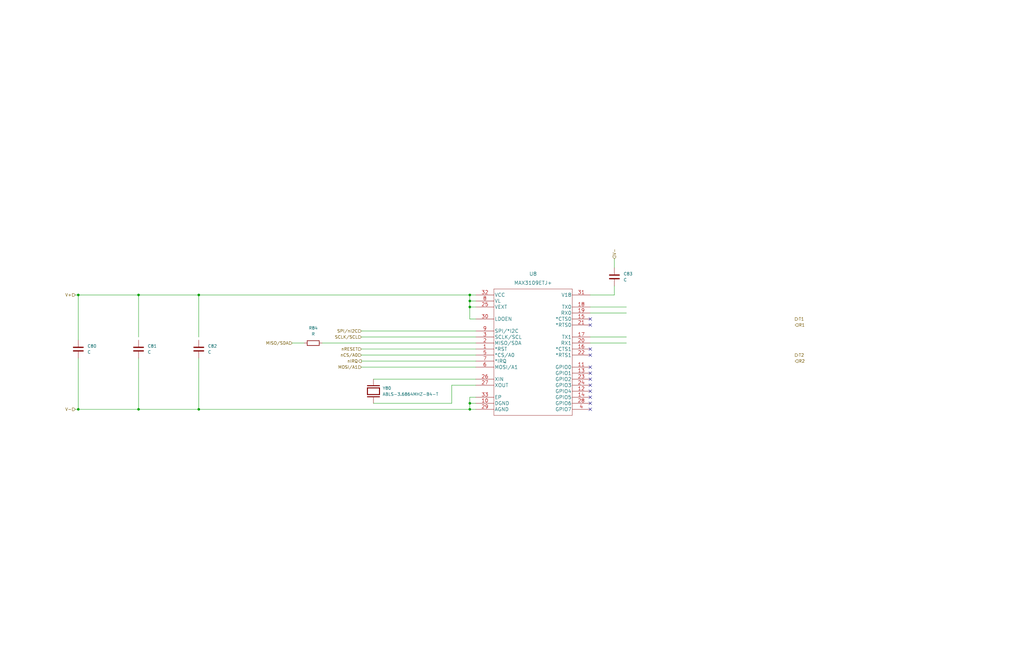
<source format=kicad_sch>
(kicad_sch (version 20211123) (generator eeschema)
  (paper "USLedger")
  (title_block (title "SPI/I2C to Quad UART Interface") (rev "201") (company "PMEL") (comment 2 "Matt Casari") (comment 4 "DRAFT"))
  (lib_symbols
    (symbol "Device:C" (pin_numbers hide) (pin_names (offset 0.254))
      (property "Reference" "C" (at 0.635 2.54 0))
      (property "Value" "C" (at 0.635 -2.54 0))
      (symbol "C_0_1"
        (polyline (pts (xy -2.032 -0.762) (xy 2.032 -0.762)) (stroke (width 0.508)))
        (polyline (pts (xy -2.032 0.762) (xy 2.032 0.762)) (stroke (width 0.508)))
      )
      (symbol "C_1_1"
        (pin passive line (at 0 3.81 270) (length 2.794) (name "~") (number "1"))
        (pin passive line (at 0 -3.81 90) (length 2.794) (name "~") (number "2"))
      )
    )
    (symbol "Device:R" (pin_numbers hide) (pin_names (offset 0))
      (property "Reference" "R" (at 2.032 0 90))
      (property "Value" "R" (at 0 0 90))
      (symbol "R_0_1"
        (rectangle (start -1.016 -2.54) (end 1.016 2.54) (stroke (width 0.254)))
      )
      (symbol "R_1_1"
        (pin passive line (at 0 3.81 270) (length 1.27) (name "~") (number "1"))
        (pin passive line (at 0 -3.81 90) (length 1.27) (name "~") (number "2"))
      )
    )
    (symbol "pco2-sensor-board:ABLS-3.6864MHZ-B4-T" (pin_numbers hide) (pin_names (offset 1.016) hide)
      (property "Reference" "Y" (at -5.08 3.81 0))
      (property "Value" "ABLS-3.6864MHZ-B4-T" (at -5.1054 -5.1054 0))
      (symbol "ABLS-3.6864MHZ-B4-T_0_0"
        (polyline (pts (xy -2.3368 2.54) (xy -2.3368 -2.54)) (stroke (width 0.4064)))
        (polyline (pts (xy -1.397 2.54) (xy -1.397 -2.54)) (stroke (width 0.4064)))
        (polyline (pts (xy -1.397 2.54) (xy 1.397 2.54)) (stroke (width 0.4064)))
        (polyline (pts (xy 1.397 -2.54) (xy -1.397 -2.54)) (stroke (width 0.4064)))
        (polyline (pts (xy 1.397 2.54) (xy 1.397 -2.54)) (stroke (width 0.4064)))
        (polyline (pts (xy 2.3368 2.54) (xy 2.3368 -2.54)) (stroke (width 0.4064)))
        (pin passive line (at -5.08 0 0) (length 2.54) (name "~") (number "1"))
        (pin passive line (at 5.08 0 180) (length 2.54) (name "~") (number "2"))
      )
    )
    (symbol "pco2-sensor-board:MAX3109ETJ+" (pin_names (offset 0.254))
      (property "Reference" "U" (at 0 30.48 0))
      (property "Value" "MAX3109ETJ+" (at 0 27.94 0))
      (symbol "MAX3109ETJ+_1_1"
        (polyline (pts (xy -17.78 -27.94) (xy 15.24 -27.94)) (stroke (width 0.127)))
        (polyline (pts (xy -17.78 25.4) (xy -17.78 -27.94)) (stroke (width 0.127)))
        (polyline (pts (xy 15.24 -27.94) (xy 15.24 25.4)) (stroke (width 0.127)))
        (polyline (pts (xy 15.24 25.4) (xy -17.78 25.4)) (stroke (width 0.127)))
        (pin unspecified line (at -25.4 0 0) (length 7.62) (name "*RST") (number "1"))
        (pin power_in line (at -25.4 -22.86 0) (length 7.62) (name "DGND") (number "10"))
        (pin unspecified line (at 22.86 -7.62 180) (length 7.62) (name "GPIO0") (number "11"))
        (pin unspecified line (at 22.86 -17.78 180) (length 7.62) (name "GPIO4") (number "12"))
        (pin unspecified line (at 22.86 -10.16 180) (length 7.62) (name "GPIO1") (number "13"))
        (pin unspecified line (at 22.86 -20.32 180) (length 7.62) (name "GPIO5") (number "14"))
        (pin unspecified line (at 22.86 12.7 180) (length 7.62) (name "*CTS0") (number "15"))
        (pin unspecified line (at 22.86 0 180) (length 7.62) (name "*CTS1") (number "16"))
        (pin unspecified line (at 22.86 5.08 180) (length 7.62) (name "TX1") (number "17"))
        (pin unspecified line (at 22.86 17.78 180) (length 7.62) (name "TX0") (number "18"))
        (pin unspecified line (at 22.86 15.24 180) (length 7.62) (name "RX0") (number "19"))
        (pin unspecified line (at -25.4 2.54 0) (length 7.62) (name "MISO/SDA") (number "2"))
        (pin unspecified line (at 22.86 2.54 180) (length 7.62) (name "RX1") (number "20"))
        (pin unspecified line (at 22.86 10.16 180) (length 7.62) (name "*RTS0") (number "21"))
        (pin unspecified line (at 22.86 -2.54 180) (length 7.62) (name "*RTS1") (number "22"))
        (pin unspecified line (at 22.86 -12.7 180) (length 7.62) (name "GPIO2") (number "23"))
        (pin unspecified line (at 22.86 -15.24 180) (length 7.62) (name "GPIO3") (number "24"))
        (pin unspecified line (at -25.4 17.78 0) (length 7.62) (name "VEXT") (number "25"))
        (pin input line (at -25.4 -12.7 0) (length 7.62) (name "XIN") (number "26"))
        (pin output line (at -25.4 -15.24 0) (length 7.62) (name "XOUT") (number "27"))
        (pin unspecified line (at 22.86 -22.86 180) (length 7.62) (name "GPIO6") (number "28"))
        (pin power_in line (at -25.4 -25.4 0) (length 7.62) (name "AGND") (number "29"))
        (pin unspecified line (at -25.4 5.08 0) (length 7.62) (name "SCLK/SCL") (number "3"))
        (pin unspecified line (at -25.4 12.7 0) (length 7.62) (name "LDOEN") (number "30"))
        (pin power_in line (at 22.86 22.86 180) (length 7.62) (name "V18") (number "31"))
        (pin power_in line (at -25.4 22.86 0) (length 7.62) (name "VCC") (number "32"))
        (pin unspecified line (at -25.4 -20.32 0) (length 7.62) (name "EP") (number "33"))
        (pin unspecified line (at 22.86 -25.4 180) (length 7.62) (name "GPIO7") (number "4"))
        (pin unspecified line (at -25.4 -2.54 0) (length 7.62) (name "*CS/A0") (number "5"))
        (pin unspecified line (at -25.4 -7.62 0) (length 7.62) (name "MOSI/A1") (number "6"))
        (pin unspecified line (at -25.4 -5.08 0) (length 7.62) (name "*IRQ") (number "7"))
        (pin power_in line (at -25.4 20.32 0) (length 7.62) (name "VL") (number "8"))
        (pin unspecified line (at -25.4 7.62 0) (length 7.62) (name "SPI/*I2C") (number "9"))
      )
    )
  )
  (junction (at 198.12 129.54))
  (junction (at 198.12 172.72))
  (junction (at 58.42 124.46))
  (junction (at 33.02 124.46))
  (junction (at 198.12 170.18))
  (junction (at 83.82 124.46))
  (junction (at 33.02 172.72))
  (junction (at 198.12 124.46))
  (junction (at 83.82 172.72))
  (junction (at 58.42 172.72))
  (junction (at 198.12 127))
  (no_connect (at 248.92 149.86))
  (no_connect (at 248.92 167.64))
  (no_connect (at 248.92 165.1))
  (no_connect (at 248.92 147.32))
  (no_connect (at 248.92 162.56))
  (no_connect (at 248.92 134.62))
  (no_connect (at 248.92 154.94))
  (no_connect (at 248.92 170.18))
  (no_connect (at 248.92 172.72))
  (no_connect (at 248.92 137.16))
  (no_connect (at 248.92 157.48))
  (no_connect (at 248.92 160.02))
  (wire (pts (xy 152.4 139.7) (xy 200.66 139.7)))
  (wire (pts (xy 198.12 127) (xy 200.66 127)))
  (wire (pts (xy 248.92 129.54) (xy 264.16 129.54)))
  (wire (pts (xy 248.92 142.24) (xy 264.16 142.24)))
  (wire (pts (xy 58.42 172.72) (xy 83.82 172.72)))
  (wire (pts (xy 33.02 143.51) (xy 33.02 124.46)))
  (wire (pts (xy 259.08 109.22) (xy 259.08 113.03)))
  (wire (pts (xy 198.12 124.46) (xy 200.66 124.46)))
  (wire (pts (xy 198.12 167.64) (xy 198.12 170.18)))
  (wire (pts (xy 152.4 152.4) (xy 200.66 152.4)))
  (wire (pts (xy 248.92 144.78) (xy 264.16 144.78)))
  (wire (pts (xy 190.5 162.56) (xy 200.66 162.56)))
  (wire (pts (xy 152.4 149.86) (xy 200.66 149.86)))
  (wire (pts (xy 83.82 151.13) (xy 83.82 172.72)))
  (wire (pts (xy 135.89 144.78) (xy 200.66 144.78)))
  (wire (pts (xy 152.4 147.32) (xy 200.66 147.32)))
  (wire (pts (xy 33.02 124.46) (xy 58.42 124.46)))
  (wire (pts (xy 200.66 167.64) (xy 198.12 167.64)))
  (wire (pts (xy 200.66 170.18) (xy 198.12 170.18)))
  (wire (pts (xy 31.75 124.46) (xy 33.02 124.46)))
  (wire (pts (xy 58.42 124.46) (xy 83.82 124.46)))
  (wire (pts (xy 152.4 154.94) (xy 200.66 154.94)))
  (wire (pts (xy 198.12 172.72) (xy 200.66 172.72)))
  (wire (pts (xy 157.48 160.02) (xy 200.66 160.02)))
  (wire (pts (xy 58.42 124.46) (xy 58.42 142.24)))
  (wire (pts (xy 33.02 172.72) (xy 58.42 172.72)))
  (wire (pts (xy 248.92 132.08) (xy 264.16 132.08)))
  (wire (pts (xy 83.82 124.46) (xy 198.12 124.46)))
  (wire (pts (xy 198.12 134.62) (xy 198.12 129.54)))
  (wire (pts (xy 152.4 142.24) (xy 200.66 142.24)))
  (wire (pts (xy 157.48 170.18) (xy 190.5 170.18)))
  (wire (pts (xy 33.02 151.13) (xy 33.02 172.72)))
  (wire (pts (xy 31.75 172.72) (xy 33.02 172.72)))
  (wire (pts (xy 123.19 144.78) (xy 128.27 144.78)))
  (wire (pts (xy 83.82 142.24) (xy 83.82 124.46)))
  (wire (pts (xy 198.12 124.46) (xy 198.12 127)))
  (wire (pts (xy 198.12 127) (xy 198.12 129.54)))
  (wire (pts (xy 198.12 170.18) (xy 198.12 172.72)))
  (wire (pts (xy 259.08 124.46) (xy 259.08 120.65)))
  (wire (pts (xy 198.12 129.54) (xy 200.66 129.54)))
  (wire (pts (xy 190.5 170.18) (xy 190.5 162.56)))
  (wire (pts (xy 83.82 172.72) (xy 198.12 172.72)))
  (wire (pts (xy 248.92 124.46) (xy 259.08 124.46)))
  (wire (pts (xy 58.42 151.13) (xy 58.42 172.72)))
  (wire (pts (xy 200.66 134.62) (xy 198.12 134.62)))
  (hierarchical_label "V+" (shape input) (at 31.75 124.46 180))
  (hierarchical_label "nCS{slash}A0" (shape input) (at 152.4 149.86 180))
  (hierarchical_label "V-" (shape input) (at 31.75 172.72 180))
  (hierarchical_label "nRESET" (shape input) (at 152.4 147.32 180))
  (hierarchical_label "T1" (shape output) (at 335.28 134.62 0))
  (hierarchical_label "T2" (shape output) (at 335.28 149.86 0))
  (hierarchical_label "MISO{slash}SDA" (shape input) (at 123.19 144.78 180))
  (hierarchical_label "V-" (shape input) (at 259.08 109.22 90))
  (hierarchical_label "nIRQ" (shape output) (at 152.4 152.4 180))
  (hierarchical_label "SPI{slash}nI2C" (shape input) (at 152.4 139.7 180))
  (hierarchical_label "MOSI{slash}A1" (shape input) (at 152.4 154.94 180))
  (hierarchical_label "R1" (shape input) (at 335.28 137.16 0))
  (hierarchical_label "R2" (shape input) (at 335.28 152.4 0))
  (hierarchical_label "SCLK{slash}SCL" (shape input) (at 152.4 142.24 180))
  (symbol (lib_id "Device:C") (at 259.08 116.84 0) (unit 1)
    (property "Reference" "C83" (at 262.89 115.5699 0) (effects (justify left)))
    (property "Value" "C" (at 262.89 118.1099 0) (effects (justify left)))
  )
  (symbol (lib_id "pco2-sensor-board:ABLS-3.6864MHZ-B4-T") (at 157.48 165.1 270) (unit 1)
    (property "Reference" "Y80" (at 161.29 163.8299 90) (effects (justify left)))
    (property "Value" "ABLS-3.6864MHZ-B4-T" (at 161.29 166.3699 90) (effects (justify left)))
    (property "Footprint" "pco2-sensor-board:ABLS-3.6864MHZ-B4-T" (effects hide))
  )
  (symbol (lib_id "Device:C") (at 33.02 147.32 0) (unit 1)
    (property "Reference" "C80" (at 36.83 146.0499 0) (effects (justify left)))
    (property "Value" "C" (at 36.83 148.5899 0) (effects (justify left)))
  )
  (symbol (lib_id "pco2-sensor-board:MAX3109ETJ+") (at 226.06 147.32 0) (unit 1)
    (property "Reference" "U8" (at 224.79 115.57 0) (effects (font (size 1.524 1.524))))
    (property "Value" "MAX3109ETJ+" (at 224.79 119.38 0) (effects (font (size 1.524 1.524))))
    (property "Footprint" "pco2-sensor-board:MAX3109ETJ+" (effects hide))
  )
  (symbol (lib_id "Device:R") (at 132.08 144.78 90) (unit 1)
    (property "Reference" "R84" (at 132.08 138.43 90))
    (property "Value" "R" (at 132.08 140.97 90))
  )
  (symbol (lib_id "Device:C") (at 58.42 147.32 0) (unit 1)
    (property "Reference" "C81" (at 62.23 146.0499 0) (effects (justify left)))
    (property "Value" "C" (at 62.23 148.5899 0) (effects (justify left)))
  )
  (symbol (lib_id "Device:C") (at 83.82 147.32 0) (unit 1)
    (property "Reference" "C82" (at 87.63 146.0499 0) (effects (justify left)))
    (property "Value" "C" (at 87.63 148.5899 0) (effects (justify left)))
  )
)
</source>
